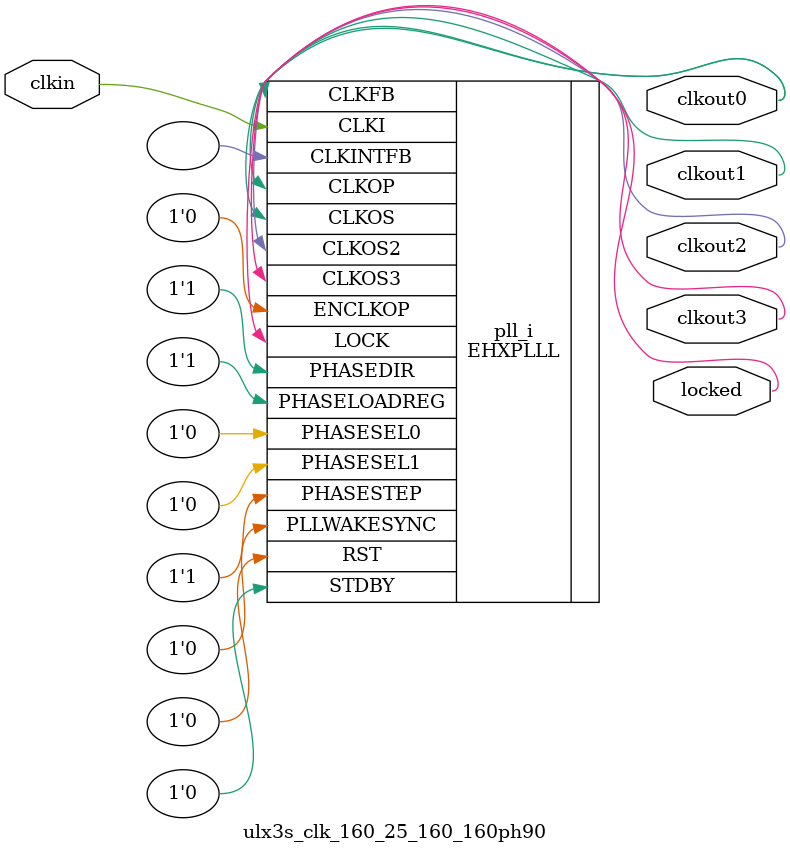
<source format=v>
module ulx3s_clk_160_25_160_160ph90
(
    input clkin, // 25 MHz, 0 deg
    output clkout0, // 160 MHz, 0 deg
    output clkout1, // 25.6 MHz, 0 deg
    output clkout2, // 160 MHz, 0 deg
    output clkout3, // 160 MHz, 90 deg
    output locked
);
(* FREQUENCY_PIN_CLKI="25" *)
(* FREQUENCY_PIN_CLKOP="160" *)
(* FREQUENCY_PIN_CLKOS="25.6" *)
(* FREQUENCY_PIN_CLKOS2="160" *)
(* FREQUENCY_PIN_CLKOS3="160" *)
(* ICP_CURRENT="12" *) (* LPF_RESISTOR="8" *) (* MFG_ENABLE_FILTEROPAMP="1" *) (* MFG_GMCREF_SEL="2" *)
EHXPLLL #(
        .PLLRST_ENA("DISABLED"),
        .INTFB_WAKE("DISABLED"),
        .STDBY_ENABLE("DISABLED"),
        .DPHASE_SOURCE("DISABLED"),
        .OUTDIVIDER_MUXA("DIVA"),
        .OUTDIVIDER_MUXB("DIVB"),
        .OUTDIVIDER_MUXC("DIVC"),
        .OUTDIVIDER_MUXD("DIVD"),
        .CLKI_DIV(5),
        .CLKOP_ENABLE("ENABLED"),
        .CLKOP_DIV(4),
        .CLKOP_CPHASE(2),
        .CLKOP_FPHASE(0),
        .CLKOS_ENABLE("ENABLED"),
        .CLKOS_DIV(25),
        .CLKOS_CPHASE(2),
        .CLKOS_FPHASE(0),
        .CLKOS2_ENABLE("ENABLED"),
        .CLKOS2_DIV(4),
        .CLKOS2_CPHASE(2),
        .CLKOS2_FPHASE(0),
        .CLKOS3_ENABLE("ENABLED"),
        .CLKOS3_DIV(4),
        .CLKOS3_CPHASE(3),
        .CLKOS3_FPHASE(0),
        .FEEDBK_PATH("CLKOP"),
        .CLKFB_DIV(32)
    ) pll_i (
        .RST(1'b0),
        .STDBY(1'b0),
        .CLKI(clkin),
        .CLKOP(clkout0),
        .CLKOS(clkout1),
        .CLKOS2(clkout2),
        .CLKOS3(clkout3),
        .CLKFB(clkout0),
        .CLKINTFB(),
        .PHASESEL0(1'b0),
        .PHASESEL1(1'b0),
        .PHASEDIR(1'b1),
        .PHASESTEP(1'b1),
        .PHASELOADREG(1'b1),
        .PLLWAKESYNC(1'b0),
        .ENCLKOP(1'b0),
        .LOCK(locked)
	);
endmodule

</source>
